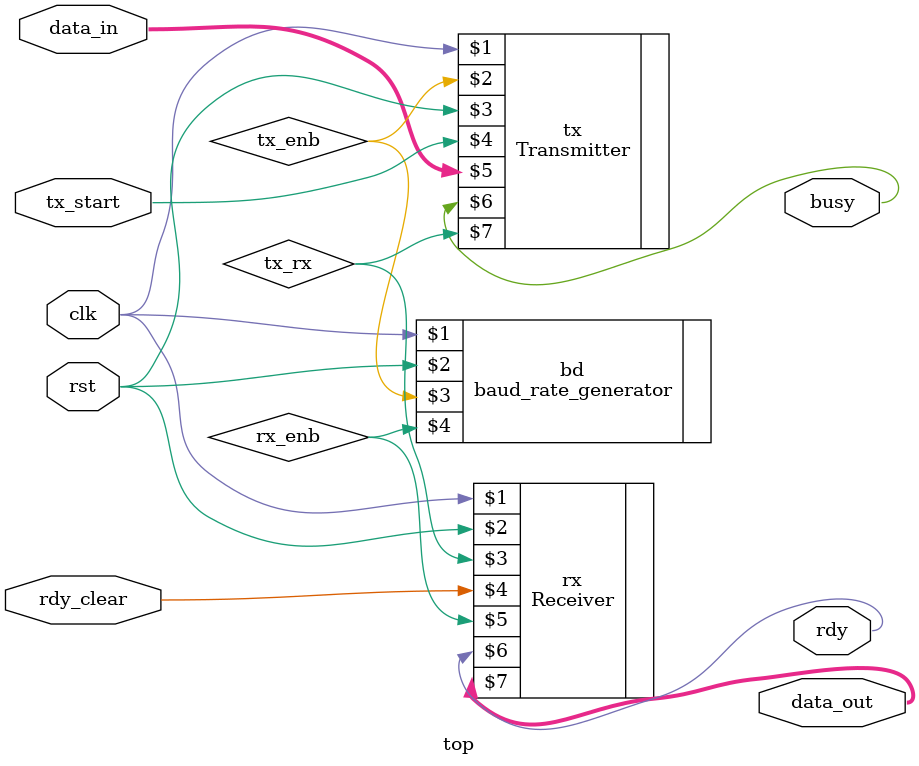
<source format=v>
`timescale 1ns / 1ps


module top(
    input clk,rst,rdy_clear,tx_start,
    input [7:0] data_in,
    output busy,rdy,
    output [7:0] data_out
    );
    wire tx_enb,rx_enb;
    wire tx_rx;
    
    baud_rate_generator bd (clk,rst,tx_enb,rx_enb);
    Transmitter tx (clk,tx_enb,rst,tx_start,data_in,busy,tx_rx);
    Receiver rx (clk,rst,tx_rx,rdy_clear,rx_enb,rdy,data_out);
    
endmodule

</source>
